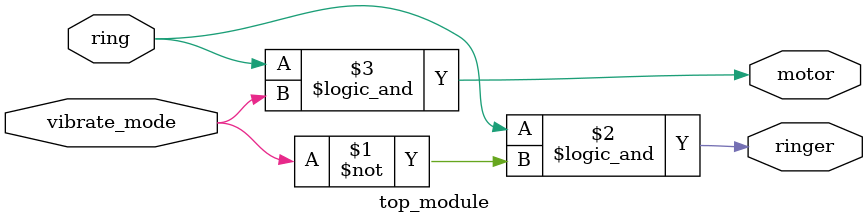
<source format=v>
module top_module (
    input ring,
    input vibrate_mode,
    output ringer,       // Make sound
    output motor         // Vibrate
);

    
    assign ringer = ring && ~vibrate_mode;
    assign motor = ring && vibrate_mode;
    
endmodule

</source>
